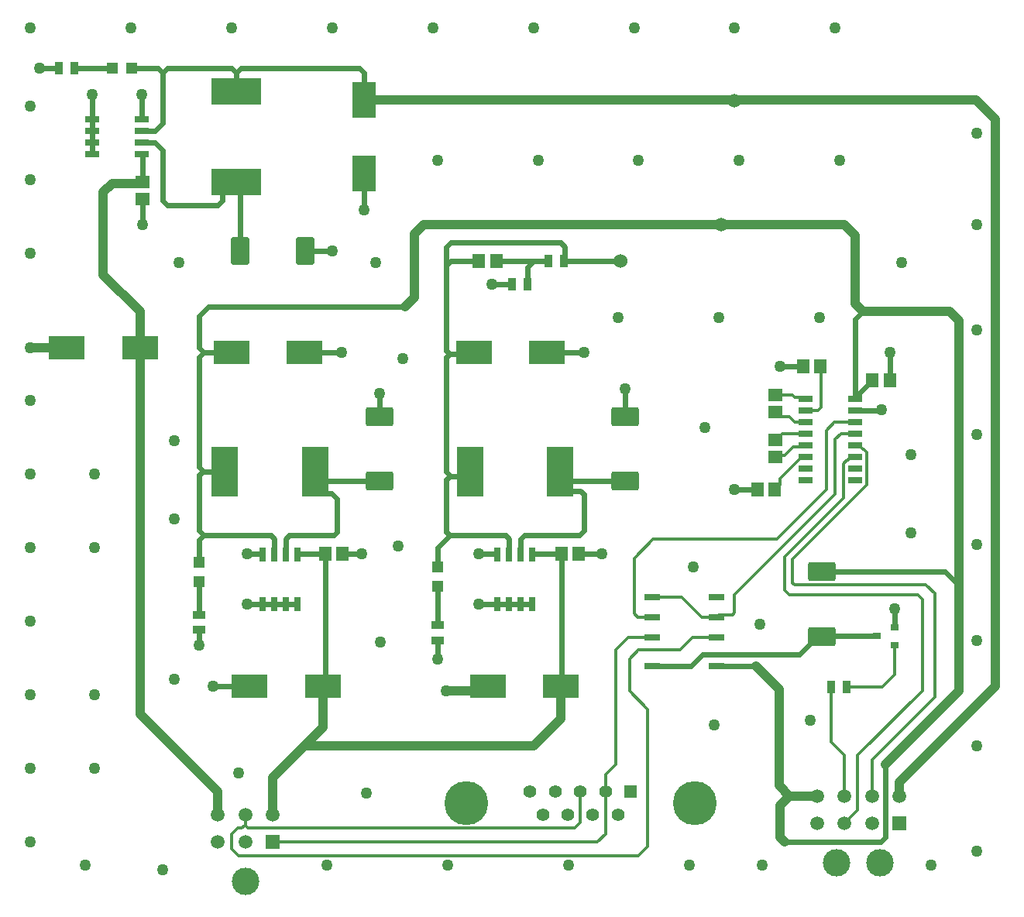
<source format=gbr>
%TF.GenerationSoftware,Altium Limited,Altium Designer,25.6.2 (33)*%
G04 Layer_Physical_Order=1*
G04 Layer_Color=255*
%FSLAX45Y45*%
%MOMM*%
%TF.SameCoordinates,A7DCC95B-C82A-44D7-B00A-882B20F37DA3*%
%TF.FilePolarity,Positive*%
%TF.FileFunction,Copper,L1,Top,Signal*%
%TF.Part,Single*%
G01*
G75*
%TA.AperFunction,SMDPad,CuDef*%
%ADD10R,1.80000X0.80000*%
%ADD11R,1.35000X0.85000*%
%ADD12R,4.00000X2.50000*%
%ADD13R,0.65000X1.52500*%
%ADD14R,1.40000X1.50000*%
%ADD15R,1.52500X0.65000*%
%ADD16R,0.85000X1.35000*%
G04:AMPARAMS|DCode=17|XSize=2.07mm|YSize=3.01mm|CornerRadius=0.25875mm|HoleSize=0mm|Usage=FLASHONLY|Rotation=0.000|XOffset=0mm|YOffset=0mm|HoleType=Round|Shape=RoundedRectangle|*
%AMROUNDEDRECTD17*
21,1,2.07000,2.49250,0,0,0.0*
21,1,1.55250,3.01000,0,0,0.0*
1,1,0.51750,0.77625,-1.24625*
1,1,0.51750,-0.77625,-1.24625*
1,1,0.51750,-0.77625,1.24625*
1,1,0.51750,0.77625,1.24625*
%
%ADD17ROUNDEDRECTD17*%
%ADD18R,1.50000X1.40000*%
%ADD19R,2.50000X4.00000*%
G04:AMPARAMS|DCode=20|XSize=2.07mm|YSize=3.01mm|CornerRadius=0.25875mm|HoleSize=0mm|Usage=FLASHONLY|Rotation=90.000|XOffset=0mm|YOffset=0mm|HoleType=Round|Shape=RoundedRectangle|*
%AMROUNDEDRECTD20*
21,1,2.07000,2.49250,0,0,90.0*
21,1,1.55250,3.01000,0,0,90.0*
1,1,0.51750,1.24625,0.77625*
1,1,0.51750,1.24625,-0.77625*
1,1,0.51750,-1.24625,-0.77625*
1,1,0.51750,-1.24625,0.77625*
%
%ADD20ROUNDEDRECTD20*%
%ADD21R,0.90000X0.80000*%
%ADD22R,2.90000X5.40000*%
%ADD23R,1.20000X1.20000*%
%ADD24R,5.40000X2.90000*%
%ADD25R,1.20000X1.20000*%
%TA.AperFunction,Conductor*%
%ADD26C,0.60000*%
%ADD27C,1.00000*%
%ADD28C,0.30000*%
%TA.AperFunction,ViaPad*%
%ADD29C,1.52400*%
%TA.AperFunction,ComponentPad*%
%ADD30C,1.40000*%
%ADD31C,4.80000*%
%ADD32R,1.40000X1.40000*%
%ADD33C,1.52000*%
%ADD34R,1.52000X1.52000*%
%ADD35C,3.00000*%
%TA.AperFunction,ViaPad*%
%ADD36C,1.27000*%
D10*
X10750000Y5440000D02*
D03*
X10050000D02*
D03*
Y5120000D02*
D03*
X10750000D02*
D03*
Y5660000D02*
D03*
Y5880000D02*
D03*
X10050000D02*
D03*
Y5660000D02*
D03*
D11*
X5100000Y5517500D02*
D03*
X7700000Y5403807D02*
D03*
Y5568807D02*
D03*
X5100000Y5682500D02*
D03*
D12*
X3650000Y8600000D02*
D03*
X5650000Y4900000D02*
D03*
X6250000Y8550000D02*
D03*
X8250000Y4900000D02*
D03*
X8900000Y8550000D02*
D03*
X5450000Y8550000D02*
D03*
X4450000Y8600000D02*
D03*
X8100000Y8550000D02*
D03*
X9050000Y4900000D02*
D03*
X6450000D02*
D03*
D13*
X5920000Y5800000D02*
D03*
X6047000D02*
D03*
X6174000D02*
D03*
X5793000Y6342401D02*
D03*
Y5800000D02*
D03*
X8359500Y6342401D02*
D03*
X8486500Y5800000D02*
D03*
X8613500D02*
D03*
X8359500D02*
D03*
X8740500D02*
D03*
X5920000Y6342401D02*
D03*
X8613500D02*
D03*
X8486500D02*
D03*
X8740500D02*
D03*
X6047000D02*
D03*
X6174000D02*
D03*
D14*
X6665000Y6350000D02*
D03*
X9245000D02*
D03*
X11200001Y7049999D02*
D03*
X12645000Y8250000D02*
D03*
X11700001Y8399999D02*
D03*
X12455000Y8250000D02*
D03*
X11890001Y8399999D02*
D03*
X11390001Y7049999D02*
D03*
X8155000Y9550000D02*
D03*
X8345000D02*
D03*
X6475000Y6350000D02*
D03*
X9055000D02*
D03*
D15*
X3928800Y10973500D02*
D03*
Y10846500D02*
D03*
Y10719500D02*
D03*
Y11100500D02*
D03*
X4471200D02*
D03*
X12266200Y7917500D02*
D03*
Y8044500D02*
D03*
Y7790500D02*
D03*
Y7663500D02*
D03*
Y7536500D02*
D03*
Y7409500D02*
D03*
Y7282500D02*
D03*
Y7155500D02*
D03*
X11723800D02*
D03*
Y7282500D02*
D03*
Y7409500D02*
D03*
Y7536500D02*
D03*
Y7663500D02*
D03*
Y7790500D02*
D03*
Y7917500D02*
D03*
Y8044500D02*
D03*
X4471200Y10973500D02*
D03*
Y10846500D02*
D03*
Y10719500D02*
D03*
D16*
X3567500Y11660000D02*
D03*
X8517500Y9300000D02*
D03*
X12172879Y4895222D02*
D03*
X12007879D02*
D03*
X3732500Y11660000D02*
D03*
X9082500Y9550000D02*
D03*
X8917500D02*
D03*
X8682500Y9300000D02*
D03*
D17*
X6252500Y9660000D02*
D03*
X5547500D02*
D03*
D18*
X4477496Y10225585D02*
D03*
X11395000Y7405000D02*
D03*
Y7595000D02*
D03*
Y7899999D02*
D03*
Y8089999D02*
D03*
X4477496Y10415585D02*
D03*
D19*
X6900000Y10510000D02*
D03*
Y11310000D02*
D03*
D20*
X7070000Y7852500D02*
D03*
X9750000D02*
D03*
X11900000Y6152500D02*
D03*
Y5447500D02*
D03*
X9750000Y7147500D02*
D03*
X7070000D02*
D03*
D21*
X12700000Y5545000D02*
D03*
X12500000Y5450000D02*
D03*
X12700000Y5355000D02*
D03*
D22*
X5375000Y7250000D02*
D03*
X6365000D02*
D03*
X9044999D02*
D03*
X8054999D02*
D03*
D23*
X5100000Y6255000D02*
D03*
X7700000Y6205000D02*
D03*
Y5995000D02*
D03*
X5100000Y6045000D02*
D03*
D24*
X5500000Y11405000D02*
D03*
Y10415000D02*
D03*
D25*
X4355000Y11660000D02*
D03*
X4145000D02*
D03*
D26*
X9700000Y9550000D02*
Y9550000D01*
X9082500D02*
X9700000D01*
X12600000Y3250000D02*
Y4050000D01*
X10750000Y5120000D02*
X11180000D01*
X5100000Y8600000D02*
X5150000Y8550000D01*
X5100000Y8600000D02*
Y8950000D01*
X5200000Y9050000D01*
X7350000D01*
X5135147Y7250000D02*
X5150000D01*
X12266200Y8916200D02*
X12350000Y9000000D01*
X12266200Y8044500D02*
Y8916200D01*
X13247501Y6152500D02*
X13400000Y6000000D01*
X11900000Y6152500D02*
X13247501D01*
X11500000Y3200000D02*
X12550000D01*
X12600000Y3250000D01*
X7850000Y9750000D02*
X9049999D01*
X7835147Y7200000D02*
X7889999D01*
X7800000Y9700000D02*
X7850000Y9750000D01*
X7800000Y9500000D02*
Y9700000D01*
X12266200Y8044500D02*
X12309950D01*
X12312450Y8047000D01*
Y8102450D01*
X12455000Y8245000D01*
Y8250000D01*
X11853000Y5447500D02*
X11900000D01*
X11655500Y5250000D02*
X11853000Y5447500D01*
X10600000Y5250000D02*
X11655500D01*
X10470000Y5120000D02*
X10600000Y5250000D01*
X10050000Y5120000D02*
X10470000D01*
X12498750Y5448750D02*
X12500000Y5450000D01*
X11901250Y5448750D02*
X12498750D01*
X11900000Y5447500D02*
X11901250Y5448750D01*
X12700000Y5545000D02*
Y5750000D01*
X5250000Y4900000D02*
X5650000D01*
X5100000Y5350000D02*
Y5517500D01*
X5620000Y5800000D02*
X5792999D01*
X5620000Y6350000D02*
X5623800Y6346200D01*
X5790499D01*
X5792999Y5800000D02*
X5793000Y5800000D01*
X5920000D01*
X6047000D01*
X6174000D01*
X5790499Y6346200D02*
X5793000Y6343700D01*
Y6342401D02*
Y6343700D01*
X6665000Y6350000D02*
X6870000D01*
X3928800Y10719500D02*
Y10846500D01*
Y10973500D02*
Y11100500D01*
Y10846500D02*
Y10973500D01*
X3350000Y11660000D02*
X3567500D01*
X3929269Y11100969D02*
Y11371963D01*
X3928800Y11100500D02*
X3929269Y11100969D01*
Y11371963D02*
X3929737Y11372432D01*
X4478343Y9947115D02*
Y10224738D01*
Y9947115D02*
X4479190Y9946268D01*
X6250000Y8550000D02*
X6650000D01*
X6252500Y9660000D02*
X6550000D01*
X4470324Y11369185D02*
X4470762Y11368746D01*
X4477496Y10225585D02*
X4478343Y10224738D01*
X4470762Y11100938D02*
Y11368746D01*
Y11100938D02*
X4471200Y11100500D01*
X7700000Y5200000D02*
Y5403807D01*
X8486500Y5800000D02*
X8613500D01*
X8150000D02*
X8359500D01*
X8486500D01*
X8613500D02*
X8740500D01*
X10945000Y7049999D02*
X11200001D01*
X8150000Y6350000D02*
X8153800Y6346200D01*
X7070000Y7852500D02*
Y8100000D01*
X8357000Y6346200D02*
X8359500Y6343700D01*
Y6342401D02*
Y6343700D01*
X8153800Y6346200D02*
X8357000D01*
X9245000Y6350000D02*
X9245000Y6350000D01*
X8300000Y9300000D02*
X8517500D01*
X6900000Y10110000D02*
Y10510000D01*
X8900000Y8550000D02*
X9300000D01*
X9245000Y6350000D02*
X9500000D01*
X9750000Y7852500D02*
Y8150000D01*
X11445000Y8399999D02*
X11700001D01*
X12266200Y7917500D02*
X12268700Y7920000D01*
X12549714D01*
X12556372Y7926658D01*
X12645000Y8250000D02*
X12647500Y8252500D01*
Y8547500D01*
X12650000Y8550000D01*
X8710121Y3758879D02*
X8715000Y3754000D01*
X5920000Y6342401D02*
Y6514853D01*
X5150000Y8550000D02*
X5450000D01*
X5150000Y7250000D02*
X5375000D01*
X5100000Y7300000D02*
Y8500000D01*
X5150000Y8550000D01*
X5100000Y7214853D02*
X5135147Y7250000D01*
X5100000Y7300000D02*
X5150000Y7250000D01*
X5150000Y6550000D02*
X5884852D01*
X5100000Y6500000D02*
X5150000Y6550000D01*
X5884852D02*
X5920000Y6514853D01*
X5100000Y6600000D02*
X5150000Y6550000D01*
X5100000Y6600000D02*
Y7214853D01*
Y6255000D02*
Y6500000D01*
X5550000Y11660000D02*
X6850000D01*
X5500000Y11610000D02*
X5550000Y11660000D01*
X6850000D02*
X6900000Y11610000D01*
X5500000Y11405000D02*
Y11610000D01*
X5450000Y11660000D02*
X5500000Y11610000D01*
Y11405000D02*
Y11610000D01*
X6900000Y11310000D02*
Y11610000D01*
X4700000Y11610000D02*
X4750000Y11660000D01*
X4650000D02*
X4700000Y11610000D01*
X4750000Y11660000D02*
X5450000D01*
X4355000D02*
X4650000D01*
X4700000Y11060000D02*
Y11610000D01*
X4613500Y10973500D02*
X4700000Y11060000D01*
X4471200Y10973500D02*
X4613500D01*
X4700000Y10210000D02*
X4750000Y10160000D01*
X4700000Y10210000D02*
Y10760000D01*
X4471200Y10846500D02*
X4613500D01*
X4474348Y10418733D02*
Y10716352D01*
X4613500Y10846500D02*
X4700000Y10760000D01*
X3732500Y11660000D02*
X4145000D01*
X4471200Y10719500D02*
X4474348Y10716352D01*
X4750000Y10160000D02*
X5300000D01*
X5350000Y10210000D01*
X5547500Y9660000D02*
Y10367500D01*
X5350000Y10210000D02*
Y10300000D01*
X5500000Y10415000D02*
X5547500Y10367500D01*
X5465000Y10415000D02*
X5500000D01*
X5350000Y10300000D02*
X5465000Y10415000D01*
X8744300Y6346200D02*
X9051200D01*
X9055000Y4905000D02*
Y6350000D01*
X6471200Y6346200D02*
X6475000Y6350000D01*
Y4925000D02*
Y6350000D01*
X6450000Y4900000D02*
X6475000Y4925000D01*
X6176500Y6346200D02*
X6471200D01*
X6174000Y6343700D02*
X6176500Y6346200D01*
X6174000Y6342401D02*
Y6343700D01*
X7700000Y6205000D02*
Y6414853D01*
X9147499Y7147500D02*
X9750000D01*
X7700000Y5568807D02*
Y5995000D01*
X5100000Y5682500D02*
Y6045000D01*
X6468750Y7021250D02*
Y7146250D01*
X6480000Y7010000D02*
X6540000D01*
X6600000Y6585147D02*
Y6950000D01*
X6468750Y7021250D02*
X6480000Y7010000D01*
X6365000Y7250000D02*
X6468750Y7146250D01*
X6540000Y7010000D02*
X6600000Y6950000D01*
X6564853Y6550000D02*
X6600000Y6585147D01*
X6082147Y6550000D02*
X6564853D01*
X8650000Y6550000D02*
X9250000D01*
X9044999Y7150147D02*
X9159999Y7035147D01*
X9264852D02*
X9300000Y7000000D01*
X9250000Y6550000D02*
X9300000Y6600000D01*
Y7000000D01*
X9044999Y7250000D02*
X9147499Y7147500D01*
X9159999Y7035147D02*
X9264852D01*
X9082500Y9550000D02*
X9095000Y9562500D01*
Y9705000D01*
X9049999Y9750000D02*
X9095000Y9705000D01*
X6470000Y7147500D02*
X7070000D01*
X6047000Y6342401D02*
Y6514853D01*
X6082147Y6550000D01*
X8750000Y9550000D02*
X8917500D01*
X7800000Y9500000D02*
X7850000Y9550000D01*
X8155000D01*
X8345000D02*
X8750000D01*
X8682500Y9482500D02*
X8750000Y9550000D01*
X8682500Y9300000D02*
Y9482500D01*
X7835147Y8535148D02*
X8085147D01*
X8100000Y8550000D01*
X7800000Y8570295D02*
Y9500000D01*
Y8500000D02*
X7835147Y8535148D01*
X7800000Y8570295D02*
X7835147Y8535148D01*
X7800000Y6585148D02*
Y7164853D01*
X7835147Y6550000D02*
X8450000D01*
X8486500Y6342401D02*
Y6513500D01*
X8613500Y6342401D02*
Y6513500D01*
X8450000Y6550000D02*
X8486500Y6513500D01*
X9044999Y7150147D02*
Y7250000D01*
X7800000Y6585148D02*
X7835147Y6550000D01*
X7700000Y6414853D02*
X7835147Y6550000D01*
X8613500Y6513500D02*
X8650000Y6550000D01*
X7889999Y7200000D02*
X8005000D01*
X7850000D02*
X7889999D01*
X8005000D02*
X8054999Y7250000D01*
X7800000Y7250000D02*
Y8500000D01*
Y7250000D02*
X7850000Y7200000D01*
X7800000Y7164853D02*
X7835147Y7200000D01*
D27*
X13800000Y4900000D02*
Y11100000D01*
X6900000Y11310000D02*
X13589999D01*
X13800000Y11100000D01*
X13400000Y4850000D02*
Y6000000D01*
X12600000Y4050000D02*
X13400000Y4850000D01*
X11180000Y5120000D02*
X11433248Y4866752D01*
Y3816752D02*
Y4866752D01*
Y3816752D02*
X11550000Y3700000D01*
X7350000Y9050000D02*
X7450000Y9150000D01*
Y9850000D01*
X7549999Y9949999D01*
X7646550D01*
X12150000Y9950000D02*
X12266609Y9833391D01*
Y9083391D02*
X12350000Y9000000D01*
X12266609Y9083391D02*
Y9833391D01*
X7646550Y9949999D02*
X12150000Y9950000D01*
X12350000Y9000000D02*
X13300000D01*
X13400000Y8900000D01*
Y6000000D02*
Y8900000D01*
X12750000Y3850000D02*
X13800000Y4900000D01*
X12750000Y3700000D02*
Y3850000D01*
X11450000Y3250000D02*
X11500000Y3200000D01*
X11450000Y3250000D02*
Y3600000D01*
X11550000Y3700000D01*
X11850000D01*
X5299999Y3200000D02*
X5299999Y3200001D01*
X3250000Y8600000D02*
X3650000D01*
X7800000Y4850000D02*
X8250000D01*
X4050000Y9400000D02*
X4450000Y9000000D01*
X4150000Y10400000D02*
X4452496D01*
Y10415585D01*
X4050000Y10300000D02*
X4150000Y10400000D01*
X4050000Y9400000D02*
Y10300000D01*
X4450000Y4600000D02*
Y8600000D01*
X5299999Y3500001D02*
Y3750000D01*
X4450000Y4600000D02*
X5299999Y3750000D01*
X4450000Y8600000D02*
Y9000000D01*
X6250000Y4250000D02*
X6450000Y4450000D01*
X6250000Y4250000D02*
X8750000D01*
X5900000Y3900000D02*
X6250000Y4250000D01*
X9050000Y4550000D02*
Y4900000D01*
X8750000Y4250000D02*
X9050000Y4550000D01*
X9051200Y6346200D02*
X9055000Y6350000D01*
X9050000Y4900000D02*
X9055000Y4905000D01*
X6450000Y4450000D02*
Y4900000D01*
X5900000Y3500001D02*
Y3900000D01*
X5899999Y3500001D02*
X5900000Y3500001D01*
D28*
X5525713Y3050000D02*
X9900000D01*
X5454928Y3120785D02*
Y3286724D01*
Y3120785D02*
X5525713Y3050000D01*
X5454928Y3286724D02*
X5518203Y3350000D01*
X5565584D01*
X5600675Y3378240D02*
Y3499325D01*
Y3378240D02*
X5628915Y3350000D01*
X5565584D02*
X5593824Y3378240D01*
X5600675D01*
X5628915Y3350000D02*
X9200000D01*
X9900000Y3050000D02*
X10000000Y3150000D01*
X12007879Y4292121D02*
Y4895222D01*
Y4292121D02*
X12150000Y4150000D01*
Y3700000D02*
Y4150000D01*
X10061145Y6511145D02*
X11411145D01*
X11950000Y7050000D02*
Y7700000D01*
X11411145Y6511145D02*
X11950000Y7050000D01*
X9850000Y6300000D02*
X10061145Y6511145D01*
X9850000Y5700000D02*
Y6300000D01*
Y5700000D02*
X9890000Y5660000D01*
X10050000D01*
X10950000Y5900000D02*
X12050000Y7000000D01*
X10950000Y5702574D02*
Y5900000D01*
X12050000Y7000000D02*
Y7600000D01*
X10932426Y5685000D02*
X10950000Y5702574D01*
X10775000Y5685000D02*
X10932426D01*
X10750000Y5660000D02*
X10775000Y5685000D01*
X10590000Y5660000D02*
X10750000D01*
X11950000Y7700000D02*
X12040500Y7790500D01*
X12266200D01*
X12050000Y7600000D02*
X12113500Y7663500D01*
X12050840Y6015000D02*
X13035001D01*
X13135001Y5915000D01*
Y4785000D02*
Y5915000D01*
X11550000Y5900000D02*
X12950000D01*
X13000000Y5850000D01*
X11500000Y5950000D02*
X11550000Y5900000D01*
X12450000Y4100000D02*
X13135001Y4785000D01*
X13000000Y4850000D02*
Y5850000D01*
X12296054Y4146054D02*
X13000000Y4850000D01*
X12296054Y3546054D02*
Y4146054D01*
X11585000Y6032574D02*
X11603574Y6014000D01*
X12049840D01*
X11585000Y6032574D02*
Y6292103D01*
X12049840Y6014000D02*
X12050840Y6015000D01*
X11500000Y5950000D02*
Y6320240D01*
X11585000Y6292103D02*
X12392450Y7099553D01*
X11500000Y6320240D02*
X12139950Y6960190D01*
X12113500Y7663500D02*
X12266200D01*
X11445001Y7105000D02*
Y7174451D01*
X11680050Y7409500D01*
X11723800D01*
X11390001Y7049999D02*
X11445001Y7105000D01*
X12222450Y7409500D02*
X12266200D01*
X12177950Y7365000D02*
X12222450Y7409500D01*
X12169240Y7365000D02*
X12177950D01*
X12139950Y7335710D02*
X12169240Y7365000D01*
X12139950Y6960190D02*
Y7335710D01*
X12150000Y3400000D02*
X12296054Y3546054D01*
X12266200Y7536500D02*
X12309950D01*
X12354450Y7492000D01*
X12363161D01*
X12392450Y7462710D01*
Y7099553D02*
Y7462710D01*
X12450000Y3700000D02*
Y4100000D01*
X12562722Y4895222D02*
X12700000Y5032500D01*
Y5355000D01*
X12172879Y4895222D02*
X12562722D01*
X10700000Y5440000D02*
X10725000Y5415000D01*
X10490000Y5440000D02*
X10700000D01*
X10350000Y5300000D02*
X10490000Y5440000D01*
X9900000Y5300000D02*
X10350000D01*
X9800000Y5200000D02*
X9900000Y5300000D01*
X9800000Y4850000D02*
Y5200000D01*
Y4850000D02*
X10000000Y4650000D01*
Y3150000D02*
Y4650000D01*
X9790000Y5440000D02*
X10050000D01*
X9650000Y5300000D02*
X9790000Y5440000D01*
X9650000Y4050000D02*
Y5300000D01*
X9263000Y3413000D02*
Y3754000D01*
X9200000Y3350000D02*
X9263000Y3413000D01*
X9537574Y3287574D02*
Y3495093D01*
X9537000Y3937000D02*
X9650000Y4050000D01*
X9537000Y3754000D02*
Y3937000D01*
Y3495667D02*
Y3754000D01*
Y3495667D02*
X9537574Y3495093D01*
X9450001Y3200001D02*
X9537574Y3287574D01*
X5899999Y3200001D02*
X9450001D01*
X11395000Y7899999D02*
X11445000Y7850000D01*
X11862501Y7917500D02*
X11895000Y7949999D01*
X11723800Y7917500D02*
X11862501D01*
X11395000Y8089999D02*
X11582827D01*
X11706300Y8062000D02*
X11723800Y8044500D01*
X11610826Y8062000D02*
X11706300D01*
X11582827Y8089999D02*
X11610826Y8062000D01*
X11895000Y7949999D02*
Y8395000D01*
X11890001Y8399999D02*
X11895000Y8395000D01*
X11395000Y7405000D02*
X11415535Y7425535D01*
X11497427D01*
X11590892Y7519000D01*
X11706300D01*
X11723800Y7536500D01*
X11395000Y7595000D02*
X11400000D01*
X11468501Y7663500D01*
X11723800D01*
X11445000Y7850000D02*
X11545001D01*
X11604500Y7790500D02*
X11723800D01*
X11545001Y7850000D02*
X11604500Y7790500D01*
X10050000Y5880000D02*
X10370000D01*
X10590000Y5660000D01*
X12700000Y5355000D02*
X12700000Y5355000D01*
D29*
X9700000Y9550000D02*
D03*
X10800000Y9950000D02*
D03*
X10950000Y11300000D02*
D03*
D30*
X8715000Y3754000D02*
D03*
X8852000Y3500000D02*
D03*
X9126000D02*
D03*
X9400000D02*
D03*
X9674000D02*
D03*
X8989000Y3754000D02*
D03*
X9537000D02*
D03*
X9263000D02*
D03*
D31*
X8013000Y3627000D02*
D03*
X10513000D02*
D03*
D32*
X9811000Y3754000D02*
D03*
D33*
X5599999Y3500001D02*
D03*
X5299999Y3200001D02*
D03*
X11850000Y3400000D02*
D03*
Y3700000D02*
D03*
X12450000Y3400000D02*
D03*
X12750000Y3700000D02*
D03*
X12150000Y3400000D02*
D03*
X12450000Y3700000D02*
D03*
X12150000D02*
D03*
X5299999Y3500001D02*
D03*
X5599999Y3200001D02*
D03*
X5899999Y3500001D02*
D03*
D34*
Y3200001D02*
D03*
X12750000Y3400000D02*
D03*
D35*
X12534000Y2968000D02*
D03*
X12066000D02*
D03*
X5599999Y2768001D02*
D03*
D36*
X3950000Y7222726D02*
D03*
Y6418181D02*
D03*
Y4809090D02*
D03*
Y4004545D02*
D03*
X12773799Y9532500D02*
D03*
X11250000Y2950000D02*
D03*
X6923799Y3732500D02*
D03*
X7073799Y5382500D02*
D03*
X7273799Y6432500D02*
D03*
X5528727Y3953285D02*
D03*
X4823799Y4982500D02*
D03*
Y6732500D02*
D03*
Y7582500D02*
D03*
X4873799Y9532500D02*
D03*
X7023799D02*
D03*
X7323799Y8482500D02*
D03*
X10493799Y6202500D02*
D03*
X11223799Y5582500D02*
D03*
X10723799Y4482500D02*
D03*
X11773799Y4532500D02*
D03*
X12873799Y6582500D02*
D03*
Y7432500D02*
D03*
X10623799Y7732500D02*
D03*
X11873798Y8932500D02*
D03*
X10773799D02*
D03*
X9673799D02*
D03*
X7699999Y10650000D02*
D03*
X8799999D02*
D03*
X9899999D02*
D03*
X10999999D02*
D03*
X12099998D02*
D03*
X13600000Y4250000D02*
D03*
Y3100000D02*
D03*
X12049999Y12100000D02*
D03*
X10949999D02*
D03*
X9849999D02*
D03*
X8749999D02*
D03*
X7649999D02*
D03*
X6549999D02*
D03*
X5450000D02*
D03*
X4350000D02*
D03*
X3250000D02*
D03*
X13600000Y5400000D02*
D03*
Y6450000D02*
D03*
Y7650000D02*
D03*
Y8800000D02*
D03*
Y9950000D02*
D03*
Y10950000D02*
D03*
X13099998Y2950000D02*
D03*
X10457142D02*
D03*
X9135714D02*
D03*
X7814285D02*
D03*
X6492857D02*
D03*
X4700000Y2900000D02*
D03*
X3850000Y2950000D02*
D03*
X3250000Y3200000D02*
D03*
Y4004545D02*
D03*
Y4809090D02*
D03*
Y5613636D02*
D03*
Y6418181D02*
D03*
Y7222726D02*
D03*
Y8027271D02*
D03*
Y9636362D02*
D03*
X3250000Y10440907D02*
D03*
X3250000Y11245452D02*
D03*
X12700000Y5750000D02*
D03*
X5100000Y5350000D02*
D03*
X5250000Y4900000D02*
D03*
X5620000Y6350000D02*
D03*
Y5800000D02*
D03*
X6870000Y6350000D02*
D03*
X3250000Y8600000D02*
D03*
X3350000Y11660000D02*
D03*
X3929737Y11372432D02*
D03*
X4479190Y9946268D02*
D03*
X6650000Y8550000D02*
D03*
X6550000Y9660000D02*
D03*
X4470324Y11369185D02*
D03*
X7700000Y5200000D02*
D03*
X7800000Y4850000D02*
D03*
X8150000Y5800000D02*
D03*
Y6350000D02*
D03*
X10945000Y7049999D02*
D03*
X9500000Y6350000D02*
D03*
X7070000Y8100000D02*
D03*
X8300000Y9300000D02*
D03*
X6900000Y10110000D02*
D03*
X9300000Y8550000D02*
D03*
X9750000Y8150000D02*
D03*
X11445000Y8399999D02*
D03*
X12556372Y7926658D02*
D03*
X12650000Y8550000D02*
D03*
%TF.MD5,7fb65c51ed8eb864e14696ba780a127d*%
M02*

</source>
